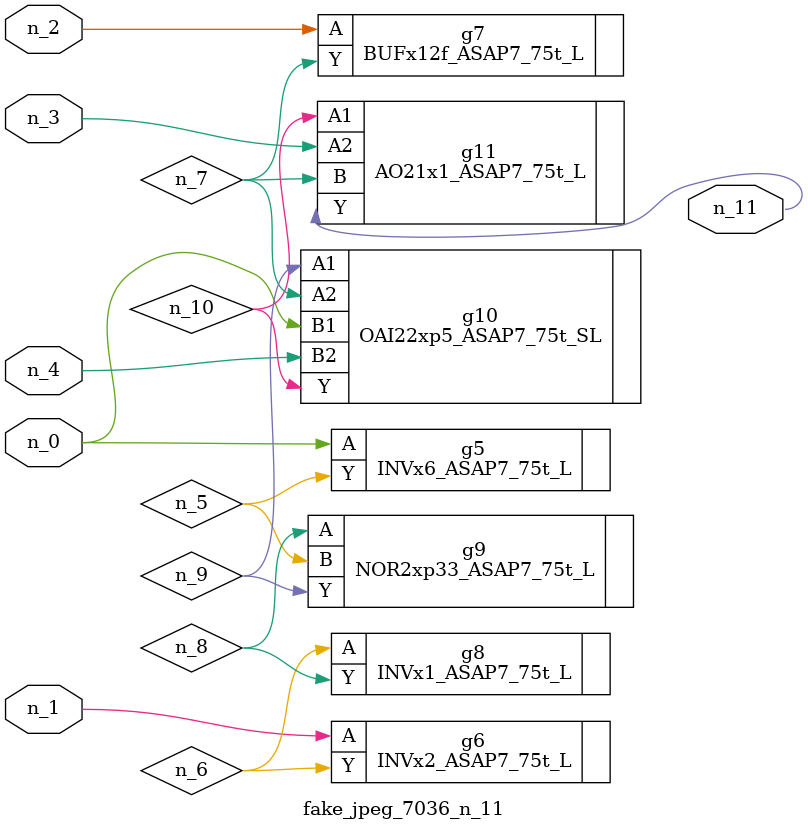
<source format=v>
module fake_jpeg_7036_n_11 (n_3, n_2, n_1, n_0, n_4, n_11);

input n_3;
input n_2;
input n_1;
input n_0;
input n_4;

output n_11;

wire n_10;
wire n_8;
wire n_9;
wire n_6;
wire n_5;
wire n_7;

INVx6_ASAP7_75t_L g5 ( 
.A(n_0),
.Y(n_5)
);

INVx2_ASAP7_75t_L g6 ( 
.A(n_1),
.Y(n_6)
);

BUFx12f_ASAP7_75t_L g7 ( 
.A(n_2),
.Y(n_7)
);

INVx1_ASAP7_75t_L g8 ( 
.A(n_6),
.Y(n_8)
);

NOR2xp33_ASAP7_75t_L g9 ( 
.A(n_8),
.B(n_5),
.Y(n_9)
);

OAI22xp5_ASAP7_75t_SL g10 ( 
.A1(n_9),
.A2(n_7),
.B1(n_0),
.B2(n_4),
.Y(n_10)
);

AO21x1_ASAP7_75t_L g11 ( 
.A1(n_10),
.A2(n_3),
.B(n_7),
.Y(n_11)
);


endmodule
</source>
